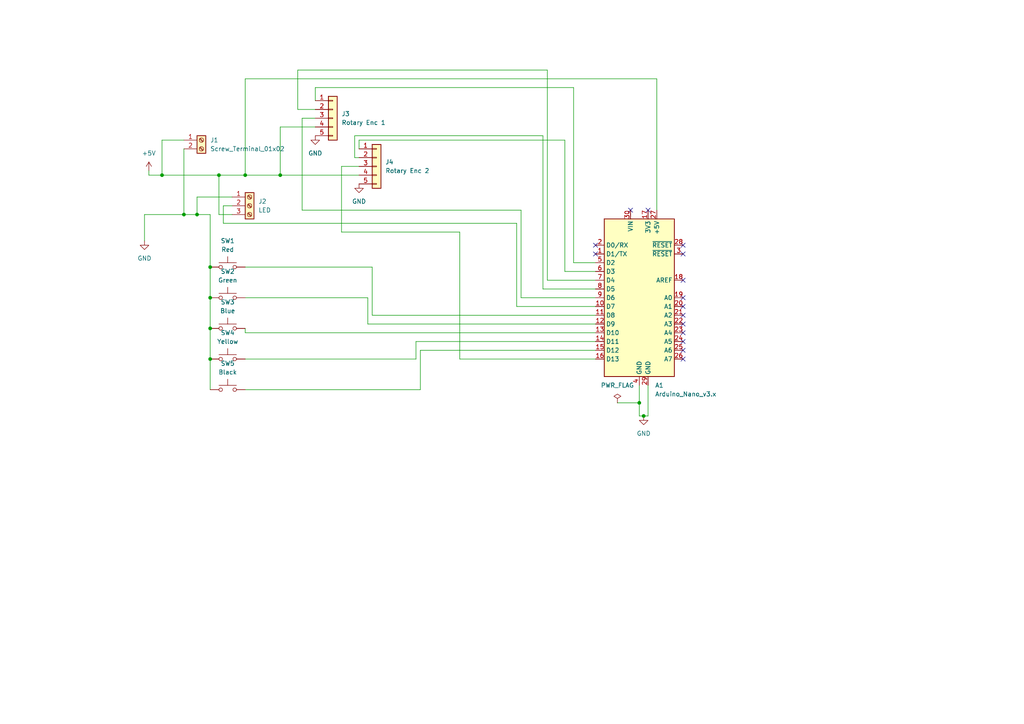
<source format=kicad_sch>
(kicad_sch (version 20211123) (generator eeschema)
  (paper "A4")
  (lib_symbols
    (symbol "Connector:Screw_Terminal_01x02" (pin_names (offset 1.016) hide)
      (property "Reference" "J" (at 0 2.54 0))
      (property "Value" "Screw_Terminal_01x02" (at 0 -5.08 0))
      (symbol "Screw_Terminal_01x02_1_1"
        (rectangle (start -1.27 1.27) (end 1.27 -3.81) (stroke (width 0.254)) (fill (type background)))
        (circle (center 0 -2.54) (radius 0.635) (stroke (width 0.1524)))
        (polyline (pts (xy -0.5334 -2.2098) (xy 0.3302 -3.048)) (stroke (width 0.1524)))
        (polyline (pts (xy -0.5334 0.3302) (xy 0.3302 -0.508)) (stroke (width 0.1524)))
        (polyline (pts (xy -0.3556 -2.032) (xy 0.508 -2.8702)) (stroke (width 0.1524)))
        (polyline (pts (xy -0.3556 0.508) (xy 0.508 -0.3302)) (stroke (width 0.1524)))
        (circle (center 0 0) (radius 0.635) (stroke (width 0.1524)))
        (pin passive line (at -5.08 0 0) (length 3.81) (name "Pin_1") (number "1"))
        (pin passive line (at -5.08 -2.54 0) (length 3.81) (name "Pin_2") (number "2"))
      )
    )
    (symbol "Connector:Screw_Terminal_01x03" (pin_names (offset 1.016) hide)
      (property "Reference" "J" (at 0 5.08 0))
      (property "Value" "Screw_Terminal_01x03" (at 0 -5.08 0))
      (symbol "Screw_Terminal_01x03_1_1"
        (rectangle (start -1.27 3.81) (end 1.27 -3.81) (stroke (width 0.254)) (fill (type background)))
        (circle (center 0 -2.54) (radius 0.635) (stroke (width 0.1524)))
        (polyline (pts (xy -0.5334 -2.2098) (xy 0.3302 -3.048)) (stroke (width 0.1524)))
        (polyline (pts (xy -0.5334 0.3302) (xy 0.3302 -0.508)) (stroke (width 0.1524)))
        (polyline (pts (xy -0.5334 2.8702) (xy 0.3302 2.032)) (stroke (width 0.1524)))
        (polyline (pts (xy -0.3556 -2.032) (xy 0.508 -2.8702)) (stroke (width 0.1524)))
        (polyline (pts (xy -0.3556 0.508) (xy 0.508 -0.3302)) (stroke (width 0.1524)))
        (polyline (pts (xy -0.3556 3.048) (xy 0.508 2.2098)) (stroke (width 0.1524)))
        (circle (center 0 0) (radius 0.635) (stroke (width 0.1524)))
        (circle (center 0 2.54) (radius 0.635) (stroke (width 0.1524)))
        (pin passive line (at -5.08 2.54 0) (length 3.81) (name "Pin_1") (number "1"))
        (pin passive line (at -5.08 0 0) (length 3.81) (name "Pin_2") (number "2"))
        (pin passive line (at -5.08 -2.54 0) (length 3.81) (name "Pin_3") (number "3"))
      )
    )
    (symbol "MCU_Module:Arduino_Nano_v3.x"
      (property "Reference" "A" (at -10.16 23.495 0))
      (property "Value" "Arduino_Nano_v3.x" (at 5.08 -24.13 0))
      (symbol "Arduino_Nano_v3.x_0_1"
        (rectangle (start -10.16 22.86) (end 10.16 -22.86) (stroke (width 0.254)) (fill (type background)))
      )
      (symbol "Arduino_Nano_v3.x_1_1"
        (pin bidirectional line (at -12.7 12.7 0) (length 2.54) (name "D1/TX") (number "1"))
        (pin bidirectional line (at -12.7 -2.54 0) (length 2.54) (name "D7") (number "10"))
        (pin bidirectional line (at -12.7 -5.08 0) (length 2.54) (name "D8") (number "11"))
        (pin bidirectional line (at -12.7 -7.62 0) (length 2.54) (name "D9") (number "12"))
        (pin bidirectional line (at -12.7 -10.16 0) (length 2.54) (name "D10") (number "13"))
        (pin bidirectional line (at -12.7 -12.7 0) (length 2.54) (name "D11") (number "14"))
        (pin bidirectional line (at -12.7 -15.24 0) (length 2.54) (name "D12") (number "15"))
        (pin bidirectional line (at -12.7 -17.78 0) (length 2.54) (name "D13") (number "16"))
        (pin power_out line (at 2.54 25.4 270) (length 2.54) (name "3V3") (number "17"))
        (pin input line (at 12.7 5.08 180) (length 2.54) (name "AREF") (number "18"))
        (pin bidirectional line (at 12.7 0 180) (length 2.54) (name "A0") (number "19"))
        (pin bidirectional line (at -12.7 15.24 0) (length 2.54) (name "D0/RX") (number "2"))
        (pin bidirectional line (at 12.7 -2.54 180) (length 2.54) (name "A1") (number "20"))
        (pin bidirectional line (at 12.7 -5.08 180) (length 2.54) (name "A2") (number "21"))
        (pin bidirectional line (at 12.7 -7.62 180) (length 2.54) (name "A3") (number "22"))
        (pin bidirectional line (at 12.7 -10.16 180) (length 2.54) (name "A4") (number "23"))
        (pin bidirectional line (at 12.7 -12.7 180) (length 2.54) (name "A5") (number "24"))
        (pin bidirectional line (at 12.7 -15.24 180) (length 2.54) (name "A6") (number "25"))
        (pin bidirectional line (at 12.7 -17.78 180) (length 2.54) (name "A7") (number "26"))
        (pin power_out line (at 5.08 25.4 270) (length 2.54) (name "+5V") (number "27"))
        (pin input line (at 12.7 15.24 180) (length 2.54) (name "~{RESET}") (number "28"))
        (pin power_in line (at 2.54 -25.4 90) (length 2.54) (name "GND") (number "29"))
        (pin input line (at 12.7 12.7 180) (length 2.54) (name "~{RESET}") (number "3"))
        (pin power_in line (at -2.54 25.4 270) (length 2.54) (name "VIN") (number "30"))
        (pin power_in line (at 0 -25.4 90) (length 2.54) (name "GND") (number "4"))
        (pin bidirectional line (at -12.7 10.16 0) (length 2.54) (name "D2") (number "5"))
        (pin bidirectional line (at -12.7 7.62 0) (length 2.54) (name "D3") (number "6"))
        (pin bidirectional line (at -12.7 5.08 0) (length 2.54) (name "D4") (number "7"))
        (pin bidirectional line (at -12.7 2.54 0) (length 2.54) (name "D5") (number "8"))
        (pin bidirectional line (at -12.7 0 0) (length 2.54) (name "D6") (number "9"))
      )
    )
    (symbol "Switch:SW_Push" (pin_numbers hide) (pin_names (offset 1.016) hide)
      (property "Reference" "SW" (at 1.27 2.54 0))
      (property "Value" "SW_Push" (at 0 -1.524 0))
      (symbol "SW_Push_0_1"
        (circle (center -2.032 0) (radius 0.508))
        (polyline (pts (xy 0 1.27) (xy 0 3.048)))
        (polyline (pts (xy 2.54 1.27) (xy -2.54 1.27)))
        (circle (center 2.032 0) (radius 0.508))
        (pin passive line (at -5.08 0 0) (length 2.54) (name "1") (number "1"))
        (pin passive line (at 5.08 0 180) (length 2.54) (name "2") (number "2"))
      )
    )
    (symbol "blinkybox:rotary_sw_connector" (pin_names (offset 1.016) hide)
      (property "Reference" "J" (at 0 7.62 0))
      (property "Value" "rotary_sw_connector" (at 0 -7.62 0))
      (symbol "rotary_sw_connector_1_1"
        (rectangle (start -1.27 -4.953) (end 0 -5.207) (stroke (width 0.1524)))
        (rectangle (start -1.27 -2.413) (end 0 -2.667) (stroke (width 0.1524)))
        (rectangle (start -1.27 0.127) (end 0 -0.127) (stroke (width 0.1524)))
        (rectangle (start -1.27 2.667) (end 0 2.413) (stroke (width 0.1524)))
        (rectangle (start -1.27 5.207) (end 0 4.953) (stroke (width 0.1524)))
        (rectangle (start -1.27 6.35) (end 1.27 -6.35) (stroke (width 0.254)) (fill (type background)))
        (pin passive line (at -5.08 5.08 0) (length 3.81) (name "CLK") (number "1"))
        (pin passive line (at -5.08 2.54 0) (length 3.81) (name "DT") (number "2"))
        (pin passive line (at -5.08 0 0) (length 3.81) (name "SW") (number "3"))
        (pin passive line (at -5.08 -2.54 0) (length 3.81) (name "VCC") (number "4"))
        (pin passive line (at -5.08 -5.08 0) (length 3.81) (name "GND") (number "5"))
      )
    )
    (symbol "power:+5V" (power) (pin_names (offset 0))
      (property "Value" "+5V" (at 0 3.556 0))
      (symbol "+5V_0_1"
        (polyline (pts (xy -0.762 1.27) (xy 0 2.54)))
        (polyline (pts (xy 0 0) (xy 0 2.54)))
        (polyline (pts (xy 0 2.54) (xy 0.762 1.27)))
      )
      (symbol "+5V_1_1"
        (pin power_in line (at 0 0 90) (length 0) hide (name "+5V") (number "1"))
      )
    )
    (symbol "power:GND" (power) (pin_names (offset 0))
      (property "Value" "GND" (at 0 -3.81 0))
      (symbol "GND_0_1"
        (polyline (pts (xy 0 0) (xy 0 -1.27) (xy 1.27 -1.27) (xy 0 -2.54) (xy -1.27 -1.27) (xy 0 -1.27)))
      )
      (symbol "GND_1_1"
        (pin power_in line (at 0 0 270) (length 0) hide (name "GND") (number "1"))
      )
    )
    (symbol "power:PWR_FLAG" (power) (pin_numbers hide) (pin_names (offset 0) hide)
      (property "Value" "PWR_FLAG" (at 0 3.81 0))
      (symbol "PWR_FLAG_0_0"
        (pin power_out line (at 0 0 90) (length 0) (name "pwr") (number "1"))
      )
      (symbol "PWR_FLAG_0_1"
        (polyline (pts (xy 0 0) (xy 0 1.27) (xy -1.016 1.905) (xy 0 2.54) (xy 1.016 1.905) (xy 0 1.27)))
      )
    )
  )
  (junction (at 81.28 50.8))
  (junction (at 60.96 95.25))
  (junction (at 185.42 116.84))
  (junction (at 71.12 50.8))
  (junction (at 63.5 50.8))
  (junction (at 60.96 77.47))
  (junction (at 60.96 104.14))
  (junction (at 60.96 86.36))
  (junction (at 57.15 62.23))
  (junction (at 53.34 62.23))
  (junction (at 186.69 120.65))
  (junction (at 46.99 50.8))
  (no_connect (at 198.12 96.52))
  (no_connect (at 198.12 99.06))
  (no_connect (at 198.12 81.28))
  (no_connect (at 198.12 73.66))
  (no_connect (at 198.12 71.12))
  (no_connect (at 198.12 86.36))
  (no_connect (at 198.12 104.14))
  (no_connect (at 198.12 101.6))
  (no_connect (at 198.12 88.9))
  (no_connect (at 198.12 91.44))
  (no_connect (at 198.12 93.98))
  (no_connect (at 182.88 60.96))
  (no_connect (at 187.96 60.96))
  (no_connect (at 172.72 73.66))
  (no_connect (at 172.72 71.12))
  (wire (pts (xy 163.83 78.74) (xy 163.83 40.64)))
  (wire (pts (xy 67.31 57.15) (xy 57.15 57.15)))
  (wire (pts (xy 60.96 62.23) (xy 60.96 77.47)))
  (wire (pts (xy 185.42 116.84) (xy 185.42 120.65)))
  (wire (pts (xy 63.5 50.8) (xy 71.12 50.8)))
  (wire (pts (xy 120.65 104.14) (xy 120.65 99.06)))
  (wire (pts (xy 106.68 86.36) (xy 106.68 93.98)))
  (wire (pts (xy 46.99 40.64) (xy 46.99 50.8)))
  (wire (pts (xy 179.07 116.84) (xy 185.42 116.84)))
  (wire (pts (xy 172.72 104.14) (xy 133.35 104.14)))
  (wire (pts (xy 46.99 50.8) (xy 63.5 50.8)))
  (wire (pts (xy 91.44 25.4) (xy 166.37 25.4)))
  (wire (pts (xy 91.44 29.21) (xy 91.44 25.4)))
  (wire (pts (xy 71.12 86.36) (xy 106.68 86.36)))
  (wire (pts (xy 185.42 120.65) (xy 186.69 120.65)))
  (wire (pts (xy 133.35 67.31) (xy 99.06 67.31)))
  (wire (pts (xy 64.77 59.69) (xy 64.77 64.77)))
  (wire (pts (xy 151.13 86.36) (xy 151.13 60.96)))
  (wire (pts (xy 157.48 39.37) (xy 157.48 83.82)))
  (wire (pts (xy 86.36 20.32) (xy 158.75 20.32)))
  (wire (pts (xy 102.87 45.72) (xy 102.87 39.37)))
  (wire (pts (xy 107.95 91.44) (xy 107.95 77.47)))
  (wire (pts (xy 99.06 48.26) (xy 99.06 67.31)))
  (wire (pts (xy 60.96 86.36) (xy 60.96 95.25)))
  (wire (pts (xy 172.72 96.52) (xy 71.12 96.52)))
  (wire (pts (xy 71.12 113.03) (xy 121.92 113.03)))
  (wire (pts (xy 63.5 50.8) (xy 63.5 62.23)))
  (wire (pts (xy 151.13 60.96) (xy 87.63 60.96)))
  (wire (pts (xy 120.65 99.06) (xy 172.72 99.06)))
  (wire (pts (xy 166.37 76.2) (xy 172.72 76.2)))
  (wire (pts (xy 106.68 93.98) (xy 172.72 93.98)))
  (wire (pts (xy 81.28 50.8) (xy 71.12 50.8)))
  (wire (pts (xy 91.44 31.75) (xy 86.36 31.75)))
  (wire (pts (xy 57.15 62.23) (xy 53.34 62.23)))
  (wire (pts (xy 151.13 86.36) (xy 172.72 86.36)))
  (wire (pts (xy 86.36 31.75) (xy 86.36 20.32)))
  (wire (pts (xy 187.96 120.65) (xy 186.69 120.65)))
  (wire (pts (xy 121.92 101.6) (xy 121.92 113.03)))
  (wire (pts (xy 87.63 34.29) (xy 87.63 60.96)))
  (wire (pts (xy 60.96 104.14) (xy 60.96 113.03)))
  (wire (pts (xy 53.34 40.64) (xy 46.99 40.64)))
  (wire (pts (xy 102.87 39.37) (xy 157.48 39.37)))
  (wire (pts (xy 133.35 104.14) (xy 133.35 67.31)))
  (wire (pts (xy 104.14 45.72) (xy 102.87 45.72)))
  (wire (pts (xy 60.96 62.23) (xy 57.15 62.23)))
  (wire (pts (xy 46.99 50.8) (xy 43.18 50.8)))
  (wire (pts (xy 53.34 43.18) (xy 53.34 62.23)))
  (wire (pts (xy 71.12 96.52) (xy 71.12 95.25)))
  (wire (pts (xy 91.44 36.83) (xy 81.28 36.83)))
  (wire (pts (xy 91.44 34.29) (xy 87.63 34.29)))
  (wire (pts (xy 57.15 57.15) (xy 57.15 62.23)))
  (wire (pts (xy 81.28 36.83) (xy 81.28 50.8)))
  (wire (pts (xy 163.83 40.64) (xy 104.14 40.64)))
  (wire (pts (xy 187.96 111.76) (xy 187.96 120.65)))
  (wire (pts (xy 64.77 64.77) (xy 149.86 64.77)))
  (wire (pts (xy 71.12 22.86) (xy 71.12 50.8)))
  (wire (pts (xy 166.37 25.4) (xy 166.37 76.2)))
  (wire (pts (xy 43.18 50.8) (xy 43.18 49.53)))
  (wire (pts (xy 104.14 50.8) (xy 81.28 50.8)))
  (wire (pts (xy 60.96 77.47) (xy 60.96 86.36)))
  (wire (pts (xy 157.48 83.82) (xy 172.72 83.82)))
  (wire (pts (xy 172.72 78.74) (xy 163.83 78.74)))
  (wire (pts (xy 190.5 22.86) (xy 71.12 22.86)))
  (wire (pts (xy 53.34 62.23) (xy 41.91 62.23)))
  (wire (pts (xy 104.14 40.64) (xy 104.14 43.18)))
  (wire (pts (xy 71.12 104.14) (xy 120.65 104.14)))
  (wire (pts (xy 185.42 111.76) (xy 185.42 116.84)))
  (wire (pts (xy 158.75 20.32) (xy 158.75 81.28)))
  (wire (pts (xy 149.86 64.77) (xy 149.86 88.9)))
  (wire (pts (xy 99.06 48.26) (xy 104.14 48.26)))
  (wire (pts (xy 190.5 60.96) (xy 190.5 22.86)))
  (wire (pts (xy 107.95 77.47) (xy 71.12 77.47)))
  (wire (pts (xy 158.75 81.28) (xy 172.72 81.28)))
  (wire (pts (xy 67.31 62.23) (xy 63.5 62.23)))
  (wire (pts (xy 172.72 91.44) (xy 107.95 91.44)))
  (wire (pts (xy 67.31 59.69) (xy 64.77 59.69)))
  (wire (pts (xy 172.72 101.6) (xy 121.92 101.6)))
  (wire (pts (xy 41.91 62.23) (xy 41.91 69.85)))
  (wire (pts (xy 60.96 95.25) (xy 60.96 104.14)))
  (wire (pts (xy 149.86 88.9) (xy 172.72 88.9)))
  (symbol (lib_id "power:GND") (at 104.14 53.34 0) (unit 1)
    (property "Reference" "#PWR04" (effects hide))
    (property "Value" "GND" (at 104.14 58.42 0))
  )
  (symbol (lib_id "blinkybox:rotary_sw_connector") (at 96.52 34.29 0) (unit 1)
    (property "Reference" "J3" (at 99.06 33.0199 0) (effects (justify left)))
    (property "Value" "Rotary Enc 1" (at 99.06 35.5599 0) (effects (justify left)))
    (property "Footprint" "Connector_PinSocket_2.54mm:PinSocket_1x05_P2.54mm_Vertical" (effects hide))
  )
  (symbol (lib_id "power:GND") (at 91.44 39.37 0) (unit 1)
    (property "Reference" "#PWR03" (effects hide))
    (property "Value" "GND" (at 91.44 44.45 0))
  )
  (symbol (lib_id "Switch:SW_Push") (at 66.04 113.03 0) (unit 1)
    (property "Reference" "SW5" (at 66.04 105.41 0))
    (property "Value" "Black" (at 66.04 107.95 0))
    (property "Footprint" "TerminalBlock_Phoenix:TerminalBlock_Phoenix_MPT-0,5-2-2.54_1x02_P2.54mm_Horizontal" (effects hide))
    (property "DK" "277-1273-ND" (effects hide))
  )
  (symbol (lib_id "Switch:SW_Push") (at 66.04 104.14 0) (unit 1)
    (property "Reference" "SW4" (at 66.04 96.52 0))
    (property "Value" "Yellow" (at 66.04 99.06 0))
    (property "Footprint" "TerminalBlock_Phoenix:TerminalBlock_Phoenix_MPT-0,5-2-2.54_1x02_P2.54mm_Horizontal" (effects hide))
    (property "DK" "277-1273-ND" (effects hide))
  )
  (symbol (lib_id "power:GND") (at 186.69 120.65 0) (unit 1)
    (property "Reference" "#PWR05" (effects hide))
    (property "Value" "GND" (at 186.69 125.73 0))
  )
  (symbol (lib_id "blinkybox:rotary_sw_connector") (at 109.22 48.26 0) (unit 1)
    (property "Reference" "J4" (at 111.76 46.9899 0) (effects (justify left)))
    (property "Value" "Rotary Enc 2" (at 111.76 49.5299 0) (effects (justify left)))
    (property "Footprint" "Connector_PinSocket_2.54mm:PinSocket_1x05_P2.54mm_Vertical" (effects hide))
  )
  (symbol (lib_id "Switch:SW_Push") (at 66.04 77.47 0) (unit 1)
    (property "Reference" "SW1" (at 66.04 69.85 0))
    (property "Value" "Red" (at 66.04 72.39 0))
    (property "Footprint" "TerminalBlock_Phoenix:TerminalBlock_Phoenix_MPT-0,5-2-2.54_1x02_P2.54mm_Horizontal" (effects hide))
    (property "DK" "277-1273-ND" (effects hide))
  )
  (symbol (lib_id "Switch:SW_Push") (at 66.04 86.36 0) (unit 1)
    (property "Reference" "SW2" (at 66.04 78.74 0))
    (property "Value" "Green" (at 66.04 81.28 0))
    (property "Footprint" "TerminalBlock_Phoenix:TerminalBlock_Phoenix_MPT-0,5-2-2.54_1x02_P2.54mm_Horizontal" (effects hide))
    (property "DK" "277-1273-ND" (effects hide))
  )
  (symbol (lib_id "Switch:SW_Push") (at 66.04 95.25 0) (unit 1)
    (property "Reference" "SW3" (at 66.04 87.63 0))
    (property "Value" "Blue" (at 66.04 90.17 0))
    (property "Footprint" "TerminalBlock_Phoenix:TerminalBlock_Phoenix_MPT-0,5-2-2.54_1x02_P2.54mm_Horizontal" (effects hide))
    (property "DK" "277-1273-ND" (effects hide))
  )
  (symbol (lib_id "Connector:Screw_Terminal_01x02") (at 58.42 40.64 0) (unit 1)
    (property "Reference" "J1" (at 60.96 40.6399 0) (effects (justify left)))
    (property "Value" "Screw_Terminal_01x02" (at 60.96 43.1799 0) (effects (justify left)))
    (property "Footprint" "TerminalBlock_Phoenix:TerminalBlock_Phoenix_MPT-0,5-2-2.54_1x02_P2.54mm_Horizontal" (effects hide))
    (property "DK" "277-1273-ND" (effects hide))
  )
  (symbol (lib_id "power:+5V") (at 43.18 49.53 0) (unit 1)
    (property "Reference" "#PWR02" (effects hide))
    (property "Value" "+5V" (at 43.18 44.45 0))
  )
  (symbol (lib_id "Connector:Screw_Terminal_01x03") (at 72.39 59.69 0) (unit 1)
    (property "Reference" "J2" (at 74.93 58.4199 0) (effects (justify left)))
    (property "Value" "LED" (at 74.93 60.9599 0) (effects (justify left)))
    (property "Footprint" "TerminalBlock_Phoenix:TerminalBlock_Phoenix_MPT-0,5-3-2.54_1x03_P2.54mm_Horizontal" (effects hide))
    (property "DK" "277-1274-ND" (effects hide))
  )
  (symbol (lib_id "power:GND") (at 41.91 69.85 0) (unit 1)
    (property "Reference" "#PWR01" (effects hide))
    (property "Value" "GND" (at 41.91 74.93 0))
  )
  (symbol (lib_id "MCU_Module:Arduino_Nano_v3.x") (at 185.42 86.36 0) (unit 1)
    (property "Reference" "A1" (at 189.9794 111.76 0) (effects (justify left)))
    (property "Value" "Arduino_Nano_v3.x" (at 189.9794 114.3 0) (effects (justify left)))
    (property "Footprint" "Module:Arduino_Nano" (effects hide))
    (property "Datasheet" "http://www.mouser.com/pdfdocs/Gravitech_Arduino_Nano3_0.pdf" (effects hide))
  )
  (symbol (lib_id "power:PWR_FLAG") (at 179.07 116.84 0) (unit 1)
    (property "Reference" "#FLG01" (effects hide))
    (property "Value" "PWR_FLAG" (at 179.07 111.76 0))
  )
)
</source>
